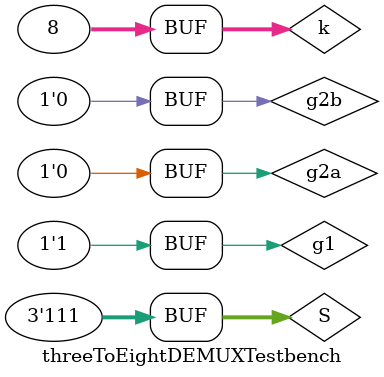
<source format=v>
`timescale 1ns / 1ps
module threeToEightDEMUXTestbench(  );
    reg [2:0] S;
    reg g1, g2a, g2b;
    wire [7:0] D;
    integer k;
    threeToEightDEMUX DUT (.g1(g1), .g2a(g2a), .g2b(g2b), .S(S), .D(D));   
    initial
    begin
      S = 0; g1 = 0; g2a = 1; g2b = 1;
	for (k=0; k < 8; k=k+1)
		#5 S=k;
	#10;
      S = 0; g1 = 1; g2a = 0; g2b = 1;
	for (k=0; k < 8; k=k+1)
		#5 S=k;
	#10;
      S = 0; g1 = 0; g2a = 1; g2b = 0;
	for (k=0; k < 8; k=k+1)
		#5 S=k;
	#10;
      S = 0; g1 = 1; g2a = 0; g2b = 0;
	for (k=0; k < 8; k=k+1)
		#5 S=k;
	#10;
    end
endmodule

</source>
